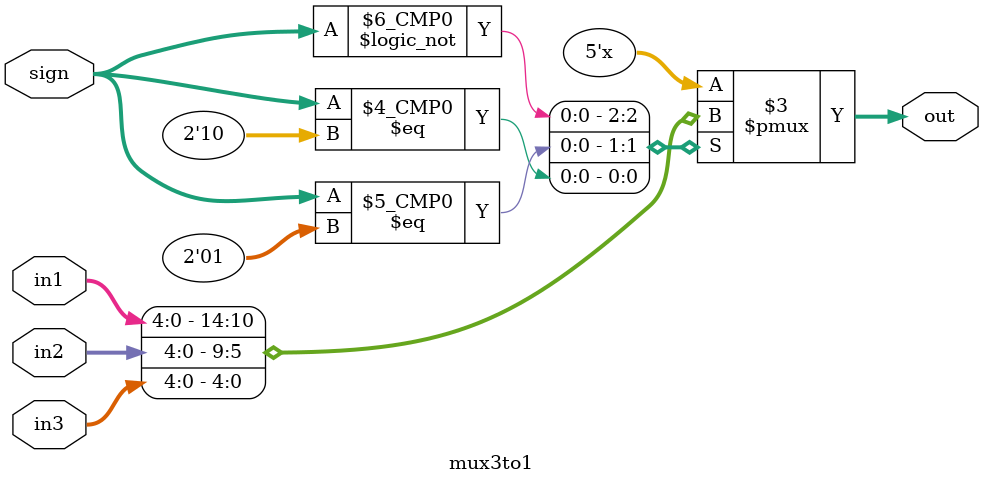
<source format=v>
`timescale 1ns / 1ps


module mux3to1(
    input [4:0] in1,
    input [4:0] in2,
    input [4:0] in3,
    input [1:0] sign,
    output reg[4:0] out
    );
    //ÈýÑ¡Ò»
    always @(in1 or in2 or in3 or sign) begin
        case (sign)
            2'b00: out = in1;
            2'b01: out = in2;
            2'b10: out = in3;
        endcase
    end
endmodule
</source>
